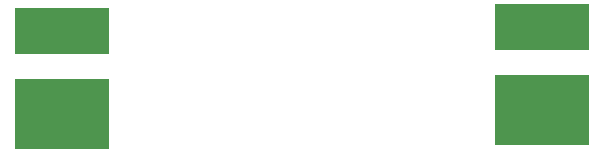
<source format=gbr>
%TF.GenerationSoftware,KiCad,Pcbnew,8.0.2*%
%TF.CreationDate,2024-06-04T11:42:55+09:00*%
%TF.ProjectId,RoboMaster branch circuit substrate,526f626f-4d61-4737-9465-72206272616e,rev?*%
%TF.SameCoordinates,Original*%
%TF.FileFunction,Paste,Top*%
%TF.FilePolarity,Positive*%
%FSLAX46Y46*%
G04 Gerber Fmt 4.6, Leading zero omitted, Abs format (unit mm)*
G04 Created by KiCad (PCBNEW 8.0.2) date 2024-06-04 11:42:55*
%MOMM*%
%LPD*%
G01*
G04 APERTURE LIST*
%ADD10R,8.000000X6.000000*%
%ADD11R,8.000000X4.000000*%
G04 APERTURE END LIST*
D10*
%TO.C,J11*%
X80410000Y-62580000D03*
D11*
X80410000Y-55580000D03*
%TD*%
D10*
%TO.C,J12*%
X121110000Y-62230000D03*
D11*
X121110000Y-55230000D03*
%TD*%
M02*

</source>
